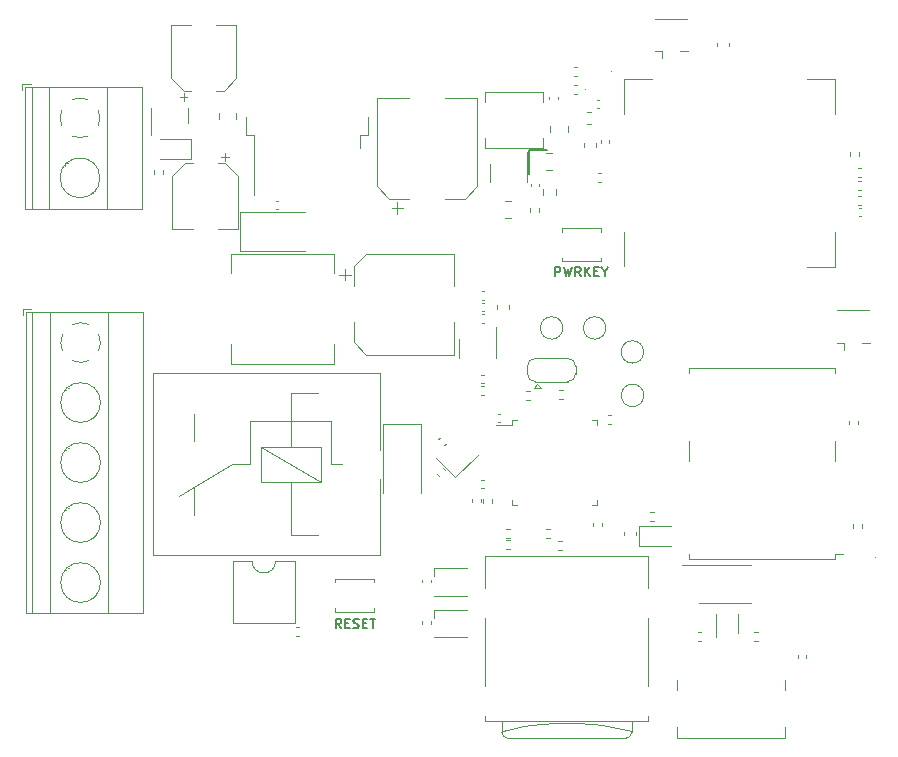
<source format=gbr>
%TF.GenerationSoftware,KiCad,Pcbnew,(7.0.0)*%
%TF.CreationDate,2023-06-28T18:16:18+03:00*%
%TF.ProjectId,GeoLock,47656f4c-6f63-46b2-9e6b-696361645f70,rev?*%
%TF.SameCoordinates,Original*%
%TF.FileFunction,Legend,Top*%
%TF.FilePolarity,Positive*%
%FSLAX46Y46*%
G04 Gerber Fmt 4.6, Leading zero omitted, Abs format (unit mm)*
G04 Created by KiCad (PCBNEW (7.0.0)) date 2023-06-28 18:16:18*
%MOMM*%
%LPD*%
G01*
G04 APERTURE LIST*
%ADD10C,0.200000*%
%ADD11C,0.150000*%
%ADD12C,0.120000*%
%ADD13C,0.100000*%
G04 APERTURE END LIST*
D10*
X145122076Y-83937904D02*
X145122076Y-83137904D01*
X145122076Y-83137904D02*
X145426838Y-83137904D01*
X145426838Y-83137904D02*
X145503028Y-83176000D01*
X145503028Y-83176000D02*
X145541123Y-83214095D01*
X145541123Y-83214095D02*
X145579219Y-83290285D01*
X145579219Y-83290285D02*
X145579219Y-83404571D01*
X145579219Y-83404571D02*
X145541123Y-83480761D01*
X145541123Y-83480761D02*
X145503028Y-83518857D01*
X145503028Y-83518857D02*
X145426838Y-83556952D01*
X145426838Y-83556952D02*
X145122076Y-83556952D01*
X145845885Y-83137904D02*
X146036361Y-83937904D01*
X146036361Y-83937904D02*
X146188742Y-83366476D01*
X146188742Y-83366476D02*
X146341123Y-83937904D01*
X146341123Y-83937904D02*
X146531600Y-83137904D01*
X147293505Y-83937904D02*
X147026838Y-83556952D01*
X146836362Y-83937904D02*
X146836362Y-83137904D01*
X146836362Y-83137904D02*
X147141124Y-83137904D01*
X147141124Y-83137904D02*
X147217314Y-83176000D01*
X147217314Y-83176000D02*
X147255409Y-83214095D01*
X147255409Y-83214095D02*
X147293505Y-83290285D01*
X147293505Y-83290285D02*
X147293505Y-83404571D01*
X147293505Y-83404571D02*
X147255409Y-83480761D01*
X147255409Y-83480761D02*
X147217314Y-83518857D01*
X147217314Y-83518857D02*
X147141124Y-83556952D01*
X147141124Y-83556952D02*
X146836362Y-83556952D01*
X147636362Y-83937904D02*
X147636362Y-83137904D01*
X148093505Y-83937904D02*
X147750647Y-83480761D01*
X148093505Y-83137904D02*
X147636362Y-83595047D01*
X148436362Y-83518857D02*
X148703028Y-83518857D01*
X148817314Y-83937904D02*
X148436362Y-83937904D01*
X148436362Y-83937904D02*
X148436362Y-83137904D01*
X148436362Y-83137904D02*
X148817314Y-83137904D01*
X149312553Y-83556952D02*
X149312553Y-83937904D01*
X149045886Y-83137904D02*
X149312553Y-83556952D01*
X149312553Y-83556952D02*
X149579219Y-83137904D01*
X127012619Y-113744904D02*
X126745952Y-113363952D01*
X126555476Y-113744904D02*
X126555476Y-112944904D01*
X126555476Y-112944904D02*
X126860238Y-112944904D01*
X126860238Y-112944904D02*
X126936428Y-112983000D01*
X126936428Y-112983000D02*
X126974523Y-113021095D01*
X126974523Y-113021095D02*
X127012619Y-113097285D01*
X127012619Y-113097285D02*
X127012619Y-113211571D01*
X127012619Y-113211571D02*
X126974523Y-113287761D01*
X126974523Y-113287761D02*
X126936428Y-113325857D01*
X126936428Y-113325857D02*
X126860238Y-113363952D01*
X126860238Y-113363952D02*
X126555476Y-113363952D01*
X127355476Y-113325857D02*
X127622142Y-113325857D01*
X127736428Y-113744904D02*
X127355476Y-113744904D01*
X127355476Y-113744904D02*
X127355476Y-112944904D01*
X127355476Y-112944904D02*
X127736428Y-112944904D01*
X128041190Y-113706809D02*
X128155476Y-113744904D01*
X128155476Y-113744904D02*
X128345952Y-113744904D01*
X128345952Y-113744904D02*
X128422143Y-113706809D01*
X128422143Y-113706809D02*
X128460238Y-113668714D01*
X128460238Y-113668714D02*
X128498333Y-113592523D01*
X128498333Y-113592523D02*
X128498333Y-113516333D01*
X128498333Y-113516333D02*
X128460238Y-113440142D01*
X128460238Y-113440142D02*
X128422143Y-113402047D01*
X128422143Y-113402047D02*
X128345952Y-113363952D01*
X128345952Y-113363952D02*
X128193571Y-113325857D01*
X128193571Y-113325857D02*
X128117381Y-113287761D01*
X128117381Y-113287761D02*
X128079286Y-113249666D01*
X128079286Y-113249666D02*
X128041190Y-113173476D01*
X128041190Y-113173476D02*
X128041190Y-113097285D01*
X128041190Y-113097285D02*
X128079286Y-113021095D01*
X128079286Y-113021095D02*
X128117381Y-112983000D01*
X128117381Y-112983000D02*
X128193571Y-112944904D01*
X128193571Y-112944904D02*
X128384048Y-112944904D01*
X128384048Y-112944904D02*
X128498333Y-112983000D01*
X128841191Y-113325857D02*
X129107857Y-113325857D01*
X129222143Y-113744904D02*
X128841191Y-113744904D01*
X128841191Y-113744904D02*
X128841191Y-112944904D01*
X128841191Y-112944904D02*
X129222143Y-112944904D01*
X129450715Y-112944904D02*
X129907858Y-112944904D01*
X129679286Y-113744904D02*
X129679286Y-112944904D01*
D11*
X142882400Y-73234400D02*
X144406400Y-73234400D01*
X142882400Y-75266400D02*
X142882400Y-73234400D01*
D12*
%TO.C,C206*%
X140478236Y-96327400D02*
X140262564Y-96327400D01*
X140478236Y-95607400D02*
X140262564Y-95607400D01*
%TO.C,R409*%
X147013041Y-68509000D02*
X146705759Y-68509000D01*
X147013041Y-67749000D02*
X146705759Y-67749000D01*
%TO.C,C410*%
X148883036Y-69708200D02*
X148667364Y-69708200D01*
X148883036Y-68988200D02*
X148667364Y-68988200D01*
%TO.C,C504*%
X116658400Y-70616052D02*
X116658400Y-70093548D01*
X118128400Y-70616052D02*
X118128400Y-70093548D01*
%TO.C,C502*%
X113676400Y-69087000D02*
X113676400Y-68462000D01*
X113363900Y-68774500D02*
X113988900Y-68774500D01*
X113665837Y-68222000D02*
X114301400Y-68222000D01*
X113665837Y-68222000D02*
X112601400Y-67157563D01*
X117056963Y-68222000D02*
X116421400Y-68222000D01*
X117056963Y-68222000D02*
X118121400Y-67157563D01*
X112601400Y-67157563D02*
X112601400Y-62702000D01*
X118121400Y-67157563D02*
X118121400Y-62702000D01*
X112601400Y-62702000D02*
X114301400Y-62702000D01*
X118121400Y-62702000D02*
X116421400Y-62702000D01*
%TO.C,R407*%
X148735759Y-75216600D02*
X149043041Y-75216600D01*
X148735759Y-75976600D02*
X149043041Y-75976600D01*
D13*
%TO.C,D401*%
X147700300Y-68129000D02*
G75*
G03*
X147700300Y-68129000I-50000J0D01*
G01*
D12*
%TO.C,R101*%
X111931400Y-74959159D02*
X111931400Y-75266441D01*
X111171400Y-74959159D02*
X111171400Y-75266441D01*
%TO.C,D301*%
X133775000Y-96463400D02*
X130555000Y-96463400D01*
X130555000Y-96463400D02*
X130555000Y-102273400D01*
X133775000Y-102273400D02*
X133775000Y-96463400D01*
%TO.C,D501*%
X118455400Y-78544800D02*
X118455400Y-81844800D01*
X118455400Y-78544800D02*
X123965400Y-78544800D01*
X118455400Y-81844800D02*
X123965400Y-81844800D01*
%TO.C,C408*%
X170814764Y-78132800D02*
X171030436Y-78132800D01*
X170814764Y-78852800D02*
X171030436Y-78852800D01*
D13*
%TO.C,D402*%
X149879400Y-66605800D02*
G75*
G03*
X149879400Y-66605800I-50000J0D01*
G01*
%TO.C,D602*%
X172293000Y-107725200D02*
G75*
G03*
X172293000Y-107725200I-50000J0D01*
G01*
D12*
%TO.C,C204*%
X149642564Y-95709800D02*
X149858236Y-95709800D01*
X149642564Y-96429800D02*
X149858236Y-96429800D01*
%TO.C,C506*%
X126841400Y-83805400D02*
X127841400Y-83805400D01*
X127341400Y-83305400D02*
X127341400Y-84305400D01*
X128081400Y-83119837D02*
X128081400Y-84805400D01*
X128081400Y-83119837D02*
X129145837Y-82055400D01*
X128081400Y-89510963D02*
X128081400Y-87825400D01*
X128081400Y-89510963D02*
X129145837Y-90575400D01*
X129145837Y-82055400D02*
X136601400Y-82055400D01*
X129145837Y-90575400D02*
X136601400Y-90575400D01*
X136601400Y-82055400D02*
X136601400Y-84805400D01*
X136601400Y-90575400D02*
X136601400Y-87825400D01*
%TO.C,R205*%
X145395759Y-106382400D02*
X145703041Y-106382400D01*
X145395759Y-107142400D02*
X145703041Y-107142400D01*
%TO.C,C402*%
X143765000Y-76106964D02*
X143765000Y-76322636D01*
X143045000Y-76106964D02*
X143045000Y-76322636D01*
%TO.C,Q101*%
X110944000Y-70338800D02*
X110944000Y-72013800D01*
X110944000Y-70338800D02*
X110944000Y-69688800D01*
X114064000Y-70338800D02*
X114064000Y-70988800D01*
X114064000Y-70338800D02*
X114064000Y-69688800D01*
%TO.C,U502*%
X140099000Y-90084800D02*
X140099000Y-88284800D01*
X140099000Y-90084800D02*
X140099000Y-90884800D01*
X136979000Y-90084800D02*
X136979000Y-89284800D01*
X136979000Y-90084800D02*
X136979000Y-90884800D01*
%TO.C,R602*%
X153193559Y-103893200D02*
X153500841Y-103893200D01*
X153193559Y-104653200D02*
X153500841Y-104653200D01*
%TO.C,TP201*%
X149420400Y-88322800D02*
G75*
G03*
X149420400Y-88322800I-950000J0D01*
G01*
%TO.C,C501*%
X121692236Y-78268800D02*
X121476564Y-78268800D01*
X121692236Y-77548800D02*
X121476564Y-77548800D01*
%TO.C,U402*%
X168802400Y-83150800D02*
X166492400Y-83150800D01*
X168802400Y-83150800D02*
X168802400Y-80190800D01*
X150982400Y-83040800D02*
X150982400Y-80190800D01*
X150982400Y-67230800D02*
X150982400Y-70190800D01*
X150982400Y-67230800D02*
X153292400Y-67230800D01*
X168802400Y-67230800D02*
X168802400Y-70190800D01*
X168802400Y-67230800D02*
X166492400Y-67230800D01*
%TO.C,J201*%
X153016600Y-121563400D02*
X153016600Y-121163400D01*
X153016600Y-121563400D02*
X139196600Y-121563400D01*
X153016600Y-118643400D02*
X153016600Y-112863400D01*
X153016600Y-110343400D02*
X153016600Y-107643400D01*
X151606600Y-122463400D02*
X150806600Y-122263400D01*
X151606600Y-121563400D02*
X151606600Y-122563400D01*
X151106600Y-123063400D02*
X141106600Y-123063400D01*
X150806600Y-122263400D02*
X149106600Y-121963400D01*
X149106600Y-121963400D02*
X148306600Y-121863400D01*
X148306600Y-121863400D02*
X147006600Y-121763400D01*
X147006600Y-121763400D02*
X145206600Y-121763400D01*
X145206600Y-121763400D02*
X143906600Y-121863400D01*
X143906600Y-121863400D02*
X142406600Y-122063400D01*
X142406600Y-122063400D02*
X141106600Y-122363400D01*
X141106600Y-122363400D02*
X140606600Y-122463400D01*
X140606600Y-121563400D02*
X140606600Y-122563400D01*
X139196600Y-121563400D02*
X139196600Y-121163400D01*
X139196600Y-118643400D02*
X139196600Y-112863400D01*
X139196600Y-110343400D02*
X139196600Y-107643400D01*
X139196600Y-107643400D02*
X153016600Y-107643400D01*
X151106600Y-123063400D02*
G75*
G03*
X151606600Y-122563400I-1J500001D01*
G01*
X140606600Y-122563400D02*
G75*
G03*
X141106600Y-123063400I500000J0D01*
G01*
%TO.C,U601*%
X169536400Y-107470800D02*
X168846400Y-107470800D01*
X168846400Y-107920800D02*
X168846400Y-107470800D01*
X168846400Y-107920800D02*
X156426400Y-107920800D01*
X168846400Y-99550800D02*
X168846400Y-97870800D01*
X168846400Y-92150800D02*
X168846400Y-91700800D01*
X168846400Y-91700800D02*
X156426400Y-91700800D01*
X156426400Y-107920800D02*
X156426400Y-107470800D01*
X156426400Y-99550800D02*
X156426400Y-97870800D01*
X156426400Y-92150800D02*
X156426400Y-91710800D01*
%TO.C,R404*%
X170738959Y-77147800D02*
X171046241Y-77147800D01*
X170738959Y-77907800D02*
X171046241Y-77907800D01*
%TO.C,C510*%
X139098036Y-93968600D02*
X138882364Y-93968600D01*
X139098036Y-93248600D02*
X138882364Y-93248600D01*
%TO.C,C407*%
X146195400Y-71236548D02*
X146195400Y-71759052D01*
X144725400Y-71236548D02*
X144725400Y-71759052D01*
%TO.C,U401*%
X142714600Y-75201700D02*
X142714600Y-73401700D01*
X142714600Y-75201700D02*
X142714600Y-76001700D01*
X139594600Y-75201700D02*
X139594600Y-74401700D01*
X139594600Y-75201700D02*
X139594600Y-76001700D01*
%TO.C,C505*%
X131774400Y-78648800D02*
X131774400Y-77648800D01*
X131274400Y-78148800D02*
X132274400Y-78148800D01*
X131088837Y-77408800D02*
X132774400Y-77408800D01*
X131088837Y-77408800D02*
X130024400Y-76344363D01*
X137479963Y-77408800D02*
X135794400Y-77408800D01*
X137479963Y-77408800D02*
X138544400Y-76344363D01*
X130024400Y-76344363D02*
X130024400Y-68888800D01*
X138544400Y-76344363D02*
X138544400Y-68888800D01*
X130024400Y-68888800D02*
X132774400Y-68888800D01*
X138544400Y-68888800D02*
X135794400Y-68888800D01*
%TO.C,C208*%
X135885210Y-98118496D02*
X135732707Y-98270999D01*
X135376093Y-97609379D02*
X135223590Y-97761882D01*
%TO.C,C511*%
X139092836Y-93003400D02*
X138877164Y-93003400D01*
X139092836Y-92283400D02*
X138877164Y-92283400D01*
%TO.C,R406*%
X170736959Y-74810800D02*
X171044241Y-74810800D01*
X170736959Y-75570800D02*
X171044241Y-75570800D01*
%TO.C,TP202*%
X152620800Y-90354000D02*
G75*
G03*
X152620800Y-90354000I-950000J0D01*
G01*
%TO.C,J601*%
X168965200Y-89562600D02*
X169605200Y-89562600D01*
X169605200Y-89562600D02*
X169605200Y-90192600D01*
X171765200Y-89562600D02*
X171125200Y-89562600D01*
X169015200Y-86842600D02*
X171715200Y-86842600D01*
%TO.C,C508*%
X139143636Y-86913000D02*
X138927964Y-86913000D01*
X139143636Y-86193000D02*
X138927964Y-86193000D01*
%TO.C,C401*%
X159851600Y-64203820D02*
X159851600Y-64484980D01*
X158831600Y-64203820D02*
X158831600Y-64484980D01*
%TO.C,TP204*%
X152633400Y-94037800D02*
G75*
G03*
X152633400Y-94037800I-950000J0D01*
G01*
%TO.C,C211*%
X134592000Y-109656564D02*
X134592000Y-109872236D01*
X133872000Y-109656564D02*
X133872000Y-109872236D01*
%TO.C,C101*%
X165656400Y-116266236D02*
X165656400Y-116050564D01*
X166376400Y-116266236D02*
X166376400Y-116050564D01*
%TO.C,FB501*%
X141233400Y-86355821D02*
X141233400Y-86681379D01*
X140213400Y-86355821D02*
X140213400Y-86681379D01*
%TO.C,R206*%
X145481159Y-93576000D02*
X145788441Y-93576000D01*
X145481159Y-94336000D02*
X145788441Y-94336000D01*
%TO.C,D101*%
X114304400Y-74059800D02*
X114304400Y-72359800D01*
X114304400Y-74059800D02*
X111644400Y-74059800D01*
X114304400Y-72359800D02*
X111644400Y-72359800D01*
%TO.C,D202*%
X134844000Y-112198400D02*
X134844000Y-112848400D01*
X134844000Y-112198400D02*
X137684000Y-112198400D01*
X134844000Y-114498400D02*
X137684000Y-114498400D01*
%TO.C,C203*%
X139091236Y-101893400D02*
X138875564Y-101893400D01*
X139091236Y-101173400D02*
X138875564Y-101173400D01*
%TO.C,R102*%
X157488641Y-114787800D02*
X157181359Y-114787800D01*
X157488641Y-114027800D02*
X157181359Y-114027800D01*
%TO.C,Y201*%
X135058822Y-99326021D02*
X136685168Y-100952367D01*
X136685168Y-100952367D02*
X138594356Y-99043179D01*
%TO.C,R601*%
X169972400Y-96479441D02*
X169972400Y-96172159D01*
X170732400Y-96479441D02*
X170732400Y-96172159D01*
%TO.C,D601*%
X152247000Y-105066200D02*
X152247000Y-106766200D01*
X152247000Y-105066200D02*
X154907000Y-105066200D01*
X152247000Y-106766200D02*
X154907000Y-106766200D01*
%TO.C,FB401*%
X148125179Y-71077400D02*
X147799621Y-71077400D01*
X148125179Y-70057400D02*
X147799621Y-70057400D01*
%TO.C,U201*%
X141439500Y-96082400D02*
X141439500Y-96532400D01*
X141439500Y-96532400D02*
X140149500Y-96532400D01*
X141439500Y-103302400D02*
X141439500Y-102852400D01*
X141889500Y-96082400D02*
X141439500Y-96082400D01*
X141889500Y-103302400D02*
X141439500Y-103302400D01*
X148209500Y-96082400D02*
X148659500Y-96082400D01*
X148209500Y-103302400D02*
X148659500Y-103302400D01*
X148659500Y-96082400D02*
X148659500Y-96532400D01*
X148659500Y-103302400D02*
X148659500Y-102852400D01*
%TO.C,R402*%
X143785000Y-78166759D02*
X143785000Y-78474041D01*
X143025000Y-78166759D02*
X143025000Y-78474041D01*
%TO.C,C503*%
X117173400Y-73521800D02*
X117173400Y-74146800D01*
X117485900Y-73834300D02*
X116860900Y-73834300D01*
X117183963Y-74386800D02*
X116548400Y-74386800D01*
X117183963Y-74386800D02*
X118248400Y-75451237D01*
X113792837Y-74386800D02*
X114428400Y-74386800D01*
X113792837Y-74386800D02*
X112728400Y-75451237D01*
X118248400Y-75451237D02*
X118248400Y-79906800D01*
X112728400Y-75451237D02*
X112728400Y-79906800D01*
X118248400Y-79906800D02*
X116548400Y-79906800D01*
X112728400Y-79906800D02*
X114428400Y-79906800D01*
%TO.C,SW401*%
X145670000Y-79880000D02*
X145670000Y-80180000D01*
X145670000Y-82680000D02*
X145670000Y-82380000D01*
X148970000Y-79880000D02*
X145670000Y-79880000D01*
X148970000Y-80180000D02*
X148970000Y-79880000D01*
X148970000Y-82380000D02*
X148970000Y-82680000D01*
X148970000Y-82680000D02*
X145670000Y-82680000D01*
%TO.C,C507*%
X139138436Y-85947800D02*
X138922764Y-85947800D01*
X139138436Y-85227800D02*
X138922764Y-85227800D01*
%TO.C,L501*%
X117694400Y-82036400D02*
X117694400Y-83686400D01*
X117694400Y-82036400D02*
X126414400Y-82036400D01*
X117694400Y-91356400D02*
X117694400Y-89706400D01*
X117694400Y-91356400D02*
X126414400Y-91356400D01*
X126414400Y-82036400D02*
X126414400Y-83686400D01*
X126414400Y-91356400D02*
X126414400Y-89706400D01*
%TO.C,C509*%
X139138436Y-87878200D02*
X138922764Y-87878200D01*
X139138436Y-87158200D02*
X138922764Y-87158200D01*
%TO.C,C405*%
X140908548Y-77534600D02*
X141431052Y-77534600D01*
X140908548Y-79004600D02*
X141431052Y-79004600D01*
%TO.C,R401*%
X145182900Y-76553142D02*
X145182900Y-77027658D01*
X144137900Y-76553142D02*
X144137900Y-77027658D01*
%TO.C,R103*%
X161958559Y-114027800D02*
X162265841Y-114027800D01*
X161958559Y-114787800D02*
X162265841Y-114787800D01*
%TO.C,D201*%
X134844000Y-108684400D02*
X134844000Y-109334400D01*
X134844000Y-108684400D02*
X137684000Y-108684400D01*
X134844000Y-110984400D02*
X137684000Y-110984400D01*
%TO.C,K301*%
X130261400Y-107573400D02*
X130261400Y-101073400D01*
X130261400Y-107573400D02*
X111061400Y-107573400D01*
X130261400Y-98673400D02*
X130261400Y-92173400D01*
X126161400Y-99873400D02*
X127061400Y-99873400D01*
X126161400Y-99873400D02*
X126161400Y-96173400D01*
X125261400Y-101373400D02*
X120261400Y-101373400D01*
X125261400Y-98373400D02*
X125261400Y-101373400D01*
X125061400Y-93873400D02*
X122761400Y-93873400D01*
X122761400Y-105873400D02*
X125061400Y-105873400D01*
X122761400Y-105873400D02*
X122761400Y-101373400D01*
X122761400Y-98373400D02*
X122761400Y-93873400D01*
X120261400Y-101373400D02*
X120261400Y-98373400D01*
X120261400Y-98373400D02*
X125261400Y-101373400D01*
X120261400Y-98373400D02*
X125261400Y-98373400D01*
X119261400Y-99873400D02*
X119261400Y-96173400D01*
X119261400Y-99873400D02*
X117761400Y-99873400D01*
X119261400Y-96173400D02*
X126161400Y-96173400D01*
X117761400Y-99873400D02*
X113261400Y-102573400D01*
X114561400Y-104173400D02*
X114561400Y-101873400D01*
X114561400Y-95573400D02*
X114561400Y-97873400D01*
X111061400Y-107573400D02*
X111061400Y-92173400D01*
X111061400Y-92173400D02*
X130261400Y-92173400D01*
%TO.C,C210*%
X134592000Y-113170564D02*
X134592000Y-113386236D01*
X133872000Y-113170564D02*
X133872000Y-113386236D01*
%TO.C,C406*%
X144327348Y-73470600D02*
X144849852Y-73470600D01*
X144327348Y-74940600D02*
X144849852Y-74940600D01*
%TO.C,C207*%
X138115400Y-103061036D02*
X138115400Y-102845364D01*
X138835400Y-103061036D02*
X138835400Y-102845364D01*
%TO.C,C601*%
X151977600Y-105605820D02*
X151977600Y-105886980D01*
X150957600Y-105605820D02*
X150957600Y-105886980D01*
%TO.C,J101*%
X100736400Y-67697800D02*
X99996400Y-67697800D01*
X99996400Y-67697800D02*
X99996400Y-68197800D01*
X110157400Y-67937800D02*
X100236400Y-67937800D01*
X110157400Y-67937800D02*
X110157400Y-78217800D01*
X107197400Y-67937800D02*
X107197400Y-78217800D01*
X102296400Y-67937800D02*
X102296400Y-78217800D01*
X100796400Y-67937800D02*
X100796400Y-78217800D01*
X100236400Y-67937800D02*
X100236400Y-78217800D01*
X103873400Y-74390800D02*
X103827400Y-74343800D01*
X103657400Y-74583800D02*
X103622400Y-74548800D01*
X106171400Y-76687800D02*
X106135400Y-76652800D01*
X105965400Y-76892800D02*
X105919400Y-76845800D01*
X110157400Y-78217800D02*
X100236400Y-78217800D01*
X105580399Y-69002801D02*
G75*
G03*
X104213358Y-69002374I-684000J-1534992D01*
G01*
X106431399Y-71221799D02*
G75*
G03*
X106431826Y-69854758I-1534992J684000D01*
G01*
X103361401Y-69853800D02*
G75*
G03*
X103216148Y-70566605I1535000J-683999D01*
G01*
X103216401Y-70537800D02*
G75*
G03*
X103361645Y-71221118I1679999J0D01*
G01*
X104212400Y-72072800D02*
G75*
G03*
X105579442Y-72073226I684000J1535000D01*
G01*
X106576400Y-75617800D02*
G75*
G03*
X106576400Y-75617800I-1680000J0D01*
G01*
%TO.C,R203*%
X141001559Y-106306200D02*
X141308841Y-106306200D01*
X141001559Y-107066200D02*
X141308841Y-107066200D01*
%TO.C,R204*%
X144685041Y-106126400D02*
X144377759Y-106126400D01*
X144685041Y-105366400D02*
X144377759Y-105366400D01*
%TO.C,C409*%
X144630600Y-68950636D02*
X144630600Y-68734964D01*
X145350600Y-68950636D02*
X145350600Y-68734964D01*
%TO.C,U501*%
X118924400Y-71968800D02*
X119614400Y-71968800D01*
X119614400Y-71968800D02*
X119614400Y-77093800D01*
X128634400Y-71968800D02*
X128634400Y-73068800D01*
X129324400Y-71968800D02*
X128634400Y-71968800D01*
X118924400Y-70468800D02*
X118924400Y-71968800D01*
X129324400Y-70468800D02*
X129324400Y-71968800D01*
%TO.C,TP203*%
X145775400Y-88322800D02*
G75*
G03*
X145775400Y-88322800I-950000J0D01*
G01*
%TO.C,C205*%
X149084400Y-104848564D02*
X149084400Y-105064236D01*
X148364400Y-104848564D02*
X148364400Y-105064236D01*
%TO.C,JP201*%
X142774000Y-92183100D02*
X142774000Y-91583100D01*
X143324000Y-93383100D02*
X143924000Y-93383100D01*
X143424000Y-90883100D02*
X146224000Y-90883100D01*
X143624000Y-93083100D02*
X143324000Y-93383100D01*
X143624000Y-93083100D02*
X143924000Y-93383100D01*
X146224000Y-92883100D02*
X143424000Y-92883100D01*
X146874000Y-91583100D02*
X146874000Y-92183100D01*
X143474000Y-90883100D02*
G75*
G03*
X142774000Y-91583100I-1J-699999D01*
G01*
X142774000Y-92183100D02*
G75*
G03*
X143474000Y-92883100I699999J-1D01*
G01*
X146874000Y-91583100D02*
G75*
G03*
X146174000Y-90883100I-700000J0D01*
G01*
X146174000Y-92883100D02*
G75*
G03*
X146874000Y-92183100I0J700000D01*
G01*
%TO.C,R207*%
X142998441Y-94386800D02*
X142691159Y-94386800D01*
X142998441Y-93626800D02*
X142691159Y-93626800D01*
%TO.C,C209*%
X135290682Y-100845610D02*
X135138179Y-100693107D01*
X135799799Y-100336493D02*
X135647296Y-100183990D01*
%TO.C,U101*%
X160569000Y-114166400D02*
X160569000Y-112566400D01*
X158769000Y-112566400D02*
X158769000Y-114466400D01*
%TO.C,C404*%
X149711400Y-72415964D02*
X149711400Y-72631636D01*
X148991400Y-72415964D02*
X148991400Y-72631636D01*
%TO.C,R405*%
X170738959Y-75903000D02*
X171046241Y-75903000D01*
X170738959Y-76663000D02*
X171046241Y-76663000D01*
%TO.C,R202*%
X141001559Y-105315600D02*
X141308841Y-105315600D01*
X141001559Y-106075600D02*
X141308841Y-106075600D01*
%TO.C,J402*%
X153542400Y-64866800D02*
X154182400Y-64866800D01*
X154182400Y-64866800D02*
X154182400Y-65496800D01*
X156342400Y-64866800D02*
X155702400Y-64866800D01*
X153592400Y-62146800D02*
X156292400Y-62146800D01*
%TO.C,U602*%
X159498900Y-108388800D02*
X155898900Y-108388800D01*
X159498900Y-108388800D02*
X161698900Y-108388800D01*
X159498900Y-111608800D02*
X157298900Y-111608800D01*
X159498900Y-111608800D02*
X161698900Y-111608800D01*
%TO.C,J102*%
X100788600Y-86721800D02*
X100048600Y-86721800D01*
X100048600Y-86721800D02*
X100048600Y-87221800D01*
X110209600Y-86961800D02*
X100288600Y-86961800D01*
X110209600Y-86961800D02*
X110209600Y-112481800D01*
X107249600Y-86961800D02*
X107249600Y-112481800D01*
X102348600Y-86961800D02*
X102348600Y-112481800D01*
X100848600Y-86961800D02*
X100848600Y-112481800D01*
X100288600Y-86961800D02*
X100288600Y-112481800D01*
X103925600Y-93414800D02*
X103879600Y-93367800D01*
X103709600Y-93607800D02*
X103674600Y-93572800D01*
X106223600Y-95711800D02*
X106187600Y-95676800D01*
X106017600Y-95916800D02*
X105971600Y-95869800D01*
X103925600Y-98494800D02*
X103879600Y-98447800D01*
X103709600Y-98687800D02*
X103674600Y-98652800D01*
X106223600Y-100791800D02*
X106187600Y-100756800D01*
X106017600Y-100996800D02*
X105971600Y-100949800D01*
X103925600Y-103574800D02*
X103879600Y-103527800D01*
X103709600Y-103767800D02*
X103674600Y-103732800D01*
X106223600Y-105871800D02*
X106187600Y-105836800D01*
X106017600Y-106076800D02*
X105971600Y-106029800D01*
X103925600Y-108654800D02*
X103879600Y-108607800D01*
X103709600Y-108847800D02*
X103674600Y-108812800D01*
X106223600Y-110951800D02*
X106187600Y-110916800D01*
X106017600Y-111156800D02*
X105971600Y-111109800D01*
X110209600Y-112481800D02*
X100288600Y-112481800D01*
X105632599Y-88026801D02*
G75*
G03*
X104265558Y-88026374I-684000J-1534992D01*
G01*
X106483599Y-90245799D02*
G75*
G03*
X106484026Y-88878758I-1534992J684000D01*
G01*
X103413601Y-88877800D02*
G75*
G03*
X103268348Y-89590605I1535000J-683999D01*
G01*
X103268601Y-89561800D02*
G75*
G03*
X103413845Y-90245118I1679999J0D01*
G01*
X104264600Y-91096800D02*
G75*
G03*
X105631642Y-91097226I684000J1535000D01*
G01*
X106628600Y-94641800D02*
G75*
G03*
X106628600Y-94641800I-1680000J0D01*
G01*
X106628600Y-99721800D02*
G75*
G03*
X106628600Y-99721800I-1680000J0D01*
G01*
X106628600Y-104801800D02*
G75*
G03*
X106628600Y-104801800I-1680000J0D01*
G01*
X106628600Y-109881800D02*
G75*
G03*
X106628600Y-109881800I-1680000J0D01*
G01*
%TO.C,U301*%
X117815600Y-108063400D02*
X117815600Y-113263400D01*
X117815600Y-113263400D02*
X123115600Y-113263400D01*
X119465600Y-108063400D02*
X117815600Y-108063400D01*
X123115600Y-108063400D02*
X121465600Y-108063400D01*
X123115600Y-113263400D02*
X123115600Y-108063400D01*
X119465600Y-108063400D02*
G75*
G03*
X121465600Y-108063400I1000000J0D01*
G01*
%TO.C,SW201*%
X126500400Y-109553400D02*
X129800400Y-109553400D01*
X126500400Y-109853400D02*
X126500400Y-109553400D01*
X126500400Y-112053400D02*
X126500400Y-112353400D01*
X126500400Y-112353400D02*
X129800400Y-112353400D01*
X129800400Y-109553400D02*
X129800400Y-109853400D01*
X129800400Y-112353400D02*
X129800400Y-112053400D01*
%TO.C,R408*%
X147009041Y-66985800D02*
X146701759Y-66985800D01*
X147009041Y-66225800D02*
X146701759Y-66225800D01*
%TO.C,R301*%
X123478041Y-114381400D02*
X123170759Y-114381400D01*
X123478041Y-113621400D02*
X123170759Y-113621400D01*
%TO.C,R603*%
X170313400Y-105264641D02*
X170313400Y-104957359D01*
X171073400Y-105264641D02*
X171073400Y-104957359D01*
%TO.C,C403*%
X147604800Y-72980980D02*
X147604800Y-72699820D01*
X148624800Y-72980980D02*
X148624800Y-72699820D01*
%TO.C,R403*%
X170061400Y-73767041D02*
X170061400Y-73459759D01*
X170821400Y-73767041D02*
X170821400Y-73459759D01*
%TO.C,J103*%
X155447400Y-118120400D02*
X155447400Y-118975400D01*
X155447400Y-122095400D02*
X155447400Y-123045400D01*
X155447400Y-123045400D02*
X164607400Y-123045400D01*
X164607400Y-118120400D02*
X164607400Y-118975400D01*
X164607400Y-122095400D02*
X164607400Y-123045400D01*
%TO.C,L401*%
X139167000Y-68340400D02*
X139167000Y-69190400D01*
X139167000Y-68340400D02*
X144087000Y-68340400D01*
X139167000Y-73060400D02*
X139167000Y-72210400D01*
X139167000Y-73060400D02*
X144087000Y-73060400D01*
X144087000Y-68340400D02*
X144087000Y-69190400D01*
X144087000Y-73060400D02*
X144087000Y-72210400D01*
%TO.C,R201*%
X139795200Y-102802159D02*
X139795200Y-103109441D01*
X139035200Y-102802159D02*
X139035200Y-103109441D01*
%TD*%
M02*

</source>
